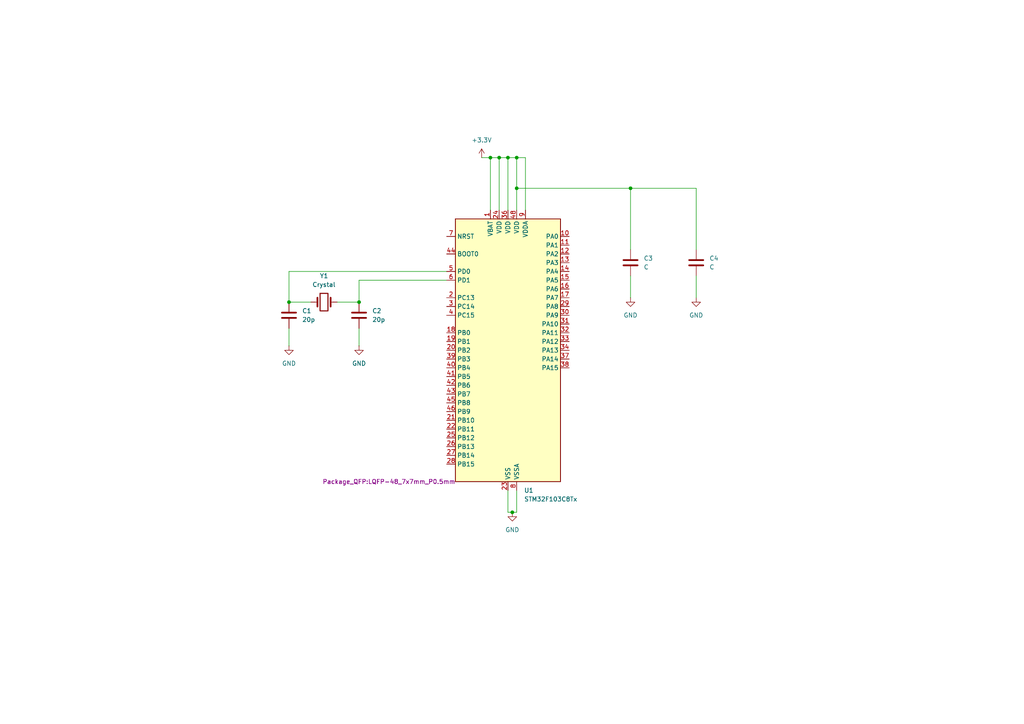
<source format=kicad_sch>
(kicad_sch (version 20250114) (generator "eeschema") (generator_version "9.0")
  (paper "A4")
  (lib_symbols
    (symbol "Device:C" (pin_numbers (hide yes)) (pin_names (offset 0.254))
      (property "Reference" "C" (at 0.635 2.54 0))
      (property "Value" "C" (at 0.635 -2.54 0))
      (symbol "C_0_1"
        (polyline (pts (xy -2.032 0.762) (xy 2.032 0.762)) (stroke (width 0.508)))
        (polyline (pts (xy -2.032 -0.762) (xy 2.032 -0.762)) (stroke (width 0.508)))
      )
      (symbol "C_1_1"
        (pin passive line (at 0 3.81 270) (length 2.794) (name "~") (number "1"))
        (pin passive line (at 0 -3.81 90) (length 2.794) (name "~") (number "2"))
      )
    )
    (symbol "Device:Crystal" (pin_numbers (hide yes)) (pin_names (offset 1.016) (hide yes))
      (property "Reference" "Y" (at 0 3.81 0))
      (property "Value" "Crystal" (at 0 -3.81 0))
      (symbol "Crystal_0_1"
        (polyline (pts (xy -2.54 0) (xy -1.905 0)))
        (polyline (pts (xy -1.905 -1.27) (xy -1.905 1.27)) (stroke (width 0.508)))
        (rectangle (start -1.143 2.54) (end 1.143 -2.54) (stroke (width 0.3048)))
        (polyline (pts (xy 1.905 -1.27) (xy 1.905 1.27)) (stroke (width 0.508)))
        (polyline (pts (xy 2.54 0) (xy 1.905 0)))
      )
      (symbol "Crystal_1_1"
        (pin passive line (at -3.81 0 0) (length 1.27) (name "1") (number "1"))
        (pin passive line (at 3.81 0 180) (length 1.27) (name "2") (number "2"))
      )
    )
    (symbol "MCU_ST_STM32F1:STM32F103C8Tx"
      (property "Reference" "U" (at -15.24 39.37 0))
      (property "Value" "STM32F103C8Tx" (at 7.62 39.37 0))
      (symbol "STM32F103C8Tx_0_1"
        (rectangle (start -15.24 -38.1) (end 15.24 38.1) (stroke (width 0.254)) (fill (type background)))
      )
      (symbol "STM32F103C8Tx_1_1"
        (pin input line (at -17.78 33.02 0) (length 2.54) (name "NRST") (number "7"))
        (pin input line (at -17.78 27.94 0) (length 2.54) (name "BOOT0") (number "44"))
        (pin bidirectional line (at -17.78 22.86 0) (length 2.54) (name "PD0") (number "5"))
        (pin bidirectional line (at -17.78 20.32 0) (length 2.54) (name "PD1") (number "6"))
        (pin bidirectional line (at -17.78 15.24 0) (length 2.54) (name "PC13") (number "2"))
        (pin bidirectional line (at -17.78 12.7 0) (length 2.54) (name "PC14") (number "3"))
        (pin bidirectional line (at -17.78 10.16 0) (length 2.54) (name "PC15") (number "4"))
        (pin bidirectional line (at -17.78 5.08 0) (length 2.54) (name "PB0") (number "18"))
        (pin bidirectional line (at -17.78 2.54 0) (length 2.54) (name "PB1") (number "19"))
        (pin bidirectional line (at -17.78 0 0) (length 2.54) (name "PB2") (number "20"))
        (pin bidirectional line (at -17.78 -2.54 0) (length 2.54) (name "PB3") (number "39"))
        (pin bidirectional line (at -17.78 -5.08 0) (length 2.54) (name "PB4") (number "40"))
        (pin bidirectional line (at -17.78 -7.62 0) (length 2.54) (name "PB5") (number "41"))
        (pin bidirectional line (at -17.78 -10.16 0) (length 2.54) (name "PB6") (number "42"))
        (pin bidirectional line (at -17.78 -12.7 0) (length 2.54) (name "PB7") (number "43"))
        (pin bidirectional line (at -17.78 -15.24 0) (length 2.54) (name "PB8") (number "45"))
        (pin bidirectional line (at -17.78 -17.78 0) (length 2.54) (name "PB9") (number "46"))
        (pin bidirectional line (at -17.78 -20.32 0) (length 2.54) (name "PB10") (number "21"))
        (pin bidirectional line (at -17.78 -22.86 0) (length 2.54) (name "PB11") (number "22"))
        (pin bidirectional line (at -17.78 -25.4 0) (length 2.54) (name "PB12") (number "25"))
        (pin bidirectional line (at -17.78 -27.94 0) (length 2.54) (name "PB13") (number "26"))
        (pin bidirectional line (at -17.78 -30.48 0) (length 2.54) (name "PB14") (number "27"))
        (pin bidirectional line (at -17.78 -33.02 0) (length 2.54) (name "PB15") (number "28"))
        (pin power_in line (at -5.08 40.64 270) (length 2.54) (name "VBAT") (number "1"))
        (pin power_in line (at -2.54 40.64 270) (length 2.54) (name "VDD") (number "24"))
        (pin power_in line (at 0 40.64 270) (length 2.54) (name "VDD") (number "36"))
        (pin power_in line (at 0 -40.64 90) (length 2.54) (name "VSS") (number "23"))
        (pin passive line (at 0 -40.64 90) (length 2.54) (hide yes) (name "VSS") (number "35"))
        (pin passive line (at 0 -40.64 90) (length 2.54) (hide yes) (name "VSS") (number "47"))
        (pin power_in line (at 2.54 40.64 270) (length 2.54) (name "VDD") (number "48"))
        (pin power_in line (at 2.54 -40.64 90) (length 2.54) (name "VSSA") (number "8"))
        (pin power_in line (at 5.08 40.64 270) (length 2.54) (name "VDDA") (number "9"))
        (pin bidirectional line (at 17.78 33.02 180) (length 2.54) (name "PA0") (number "10"))
        (pin bidirectional line (at 17.78 30.48 180) (length 2.54) (name "PA1") (number "11"))
        (pin bidirectional line (at 17.78 27.94 180) (length 2.54) (name "PA2") (number "12"))
        (pin bidirectional line (at 17.78 25.4 180) (length 2.54) (name "PA3") (number "13"))
        (pin bidirectional line (at 17.78 22.86 180) (length 2.54) (name "PA4") (number "14"))
        (pin bidirectional line (at 17.78 20.32 180) (length 2.54) (name "PA5") (number "15"))
        (pin bidirectional line (at 17.78 17.78 180) (length 2.54) (name "PA6") (number "16"))
        (pin bidirectional line (at 17.78 15.24 180) (length 2.54) (name "PA7") (number "17"))
        (pin bidirectional line (at 17.78 12.7 180) (length 2.54) (name "PA8") (number "29"))
        (pin bidirectional line (at 17.78 10.16 180) (length 2.54) (name "PA9") (number "30"))
        (pin bidirectional line (at 17.78 7.62 180) (length 2.54) (name "PA10") (number "31"))
        (pin bidirectional line (at 17.78 5.08 180) (length 2.54) (name "PA11") (number "32"))
        (pin bidirectional line (at 17.78 2.54 180) (length 2.54) (name "PA12") (number "33"))
        (pin bidirectional line (at 17.78 0 180) (length 2.54) (name "PA13") (number "34"))
        (pin bidirectional line (at 17.78 -2.54 180) (length 2.54) (name "PA14") (number "37"))
        (pin bidirectional line (at 17.78 -5.08 180) (length 2.54) (name "PA15") (number "38"))
      )
    )
    (symbol "power:+3.3V" (power) (pin_numbers (hide yes)) (pin_names (offset 0) (hide yes))
      (property "Value" "+3.3V" (at 0 3.556 0))
      (symbol "+3.3V_0_1"
        (polyline (pts (xy -0.762 1.27) (xy 0 2.54)))
        (polyline (pts (xy 0 2.54) (xy 0.762 1.27)))
        (polyline (pts (xy 0 0) (xy 0 2.54)))
      )
      (symbol "+3.3V_1_1"
        (pin power_in line (at 0 0 90) (length 0) (name "~") (number "1"))
      )
    )
    (symbol "power:GND" (power) (pin_numbers (hide yes)) (pin_names (offset 0) (hide yes))
      (property "Value" "GND" (at 0 -3.81 0))
      (symbol "GND_0_1"
        (polyline (pts (xy 0 0) (xy 0 -1.27) (xy 1.27 -1.27) (xy 0 -2.54) (xy -1.27 -1.27) (xy 0 -1.27)))
      )
      (symbol "GND_1_1"
        (pin power_in line (at 0 0 270) (length 0) (name "~") (number "1"))
      )
    )
  )
  (junction (at 83.82 87.63))
  (junction (at 149.86 54.61))
  (junction (at 144.78 45.72))
  (junction (at 147.32 45.72))
  (junction (at 148.59 148.59))
  (junction (at 182.88 54.61))
  (junction (at 142.24 45.72))
  (junction (at 149.86 45.72))
  (junction (at 104.14 87.63))
  (wire (pts (xy 182.88 80.01) (xy 182.88 86.36)))
  (wire (pts (xy 144.78 45.72) (xy 147.32 45.72)))
  (wire (pts (xy 182.88 54.61) (xy 182.88 72.39)))
  (wire (pts (xy 201.93 80.01) (xy 201.93 86.36)))
  (wire (pts (xy 182.88 54.61) (xy 149.86 54.61)))
  (wire (pts (xy 104.14 87.63) (xy 97.79 87.63)))
  (wire (pts (xy 83.82 78.74) (xy 129.54 78.74)))
  (wire (pts (xy 147.32 148.59) (xy 148.59 148.59)))
  (wire (pts (xy 152.4 45.72) (xy 152.4 60.96)))
  (wire (pts (xy 144.78 45.72) (xy 144.78 60.96)))
  (wire (pts (xy 201.93 72.39) (xy 201.93 54.61)))
  (wire (pts (xy 149.86 45.72) (xy 152.4 45.72)))
  (wire (pts (xy 104.14 81.28) (xy 104.14 87.63)))
  (wire (pts (xy 147.32 45.72) (xy 149.86 45.72)))
  (wire (pts (xy 201.93 54.61) (xy 182.88 54.61)))
  (wire (pts (xy 147.32 142.24) (xy 147.32 148.59)))
  (wire (pts (xy 90.17 87.63) (xy 83.82 87.63)))
  (wire (pts (xy 104.14 95.25) (xy 104.14 100.33)))
  (wire (pts (xy 142.24 45.72) (xy 139.7 45.72)))
  (wire (pts (xy 83.82 95.25) (xy 83.82 100.33)))
  (wire (pts (xy 149.86 45.72) (xy 149.86 54.61)))
  (wire (pts (xy 149.86 148.59) (xy 148.59 148.59)))
  (wire (pts (xy 147.32 60.96) (xy 147.32 45.72)))
  (wire (pts (xy 129.54 81.28) (xy 104.14 81.28)))
  (wire (pts (xy 142.24 60.96) (xy 142.24 45.72)))
  (wire (pts (xy 83.82 87.63) (xy 83.82 78.74)))
  (wire (pts (xy 149.86 142.24) (xy 149.86 148.59)))
  (wire (pts (xy 149.86 54.61) (xy 149.86 60.96)))
  (wire (pts (xy 142.24 45.72) (xy 144.78 45.72)))
  (symbol (lib_id "power:GND") (at 83.82 100.33 0) (unit 1)
    (property "Reference" "#PWR02" (effects (hide yes)))
    (property "Value" "GND" (at 83.82 105.41 0))
    (property "Description" "Power symbol creates a global label with name \"GND\" , ground" (effects (hide yes)))
  )
  (symbol (lib_id "Device:C") (at 182.88 76.2 0) (unit 1)
    (property "Reference" "C3" (at 186.69 74.9299 0) (effects (justify left)))
    (property "Value" "C" (at 186.69 77.4699 0) (effects (justify left)))
    (property "Description" "Unpolarized capacitor" (effects (hide yes)))
  )
  (symbol (lib_id "Device:C") (at 83.82 91.44 0) (unit 1)
    (property "Reference" "C1" (at 87.63 90.1699 0) (effects (justify left)))
    (property "Value" "20p" (at 87.63 92.7099 0) (effects (justify left)))
    (property "Description" "Unpolarized capacitor" (effects (hide yes)))
  )
  (symbol (lib_id "Device:Crystal") (at 93.98 87.63 0) (unit 1)
    (property "Reference" "Y1" (at 93.98 80.01 0))
    (property "Value" "Crystal" (at 93.98 82.55 0))
    (property "Description" "Two pin crystal" (effects (hide yes)))
  )
  (symbol (lib_id "power:GND") (at 148.59 148.59 0) (unit 1)
    (property "Reference" "#PWR06" (effects (hide yes)))
    (property "Value" "GND" (at 148.59 153.67 0))
    (property "Description" "Power symbol creates a global label with name \"GND\" , ground" (effects (hide yes)))
  )
  (symbol (lib_id "MCU_ST_STM32F1:STM32F103C8Tx") (at 147.32 101.6 0) (unit 1)
    (property "Reference" "U1" (at 152.0033 142.24 0) (effects (justify left)))
    (property "Value" "STM32F103C8Tx" (at 152.0033 144.78 0) (effects (justify left)))
    (property "Footprint" "Package_QFP:LQFP-48_7x7mm_P0.5mm" (at 132.08 139.7 0) (effects (justify right)))
    (property "Datasheet" "https://www.st.com/resource/en/datasheet/stm32f103c8.pdf" (effects (hide yes)))
    (property "Description" "STMicroelectronics Arm Cortex-M3 MCU, 64KB flash, 20KB RAM, 72 MHz, 2.0-3.6V, 37 GPIO, LQFP48" (effects (hide yes)))
  )
  (symbol (lib_id "power:GND") (at 104.14 100.33 0) (unit 1)
    (property "Reference" "#PWR03" (effects (hide yes)))
    (property "Value" "GND" (at 104.14 105.41 0))
    (property "Description" "Power symbol creates a global label with name \"GND\" , ground" (effects (hide yes)))
  )
  (symbol (lib_id "power:GND") (at 182.88 86.36 0) (unit 1)
    (property "Reference" "#PWR04" (effects (hide yes)))
    (property "Value" "GND" (at 182.88 91.44 0))
    (property "Description" "Power symbol creates a global label with name \"GND\" , ground" (effects (hide yes)))
  )
  (symbol (lib_id "power:+3.3V") (at 139.7 45.72 0) (unit 1)
    (property "Reference" "#PWR01" (effects (hide yes)))
    (property "Value" "+3.3V" (at 139.7 40.64 0))
    (property "Description" "Power symbol creates a global label with name \"+3.3V\"" (effects (hide yes)))
  )
  (symbol (lib_id "Device:C") (at 201.93 76.2 0) (unit 1)
    (property "Reference" "C4" (at 205.74 74.9299 0) (effects (justify left)))
    (property "Value" "C" (at 205.74 77.4699 0) (effects (justify left)))
    (property "Description" "Unpolarized capacitor" (effects (hide yes)))
  )
  (symbol (lib_id "power:GND") (at 201.93 86.36 0) (unit 1)
    (property "Reference" "#PWR05" (effects (hide yes)))
    (property "Value" "GND" (at 201.93 91.44 0))
    (property "Description" "Power symbol creates a global label with name \"GND\" , ground" (effects (hide yes)))
  )
  (symbol (lib_id "Device:C") (at 104.14 91.44 0) (unit 1)
    (property "Reference" "C2" (at 107.95 90.1699 0) (effects (justify left)))
    (property "Value" "20p" (at 107.95 92.7099 0) (effects (justify left)))
    (property "Description" "Unpolarized capacitor" (effects (hide yes)))
  )
)
</source>
